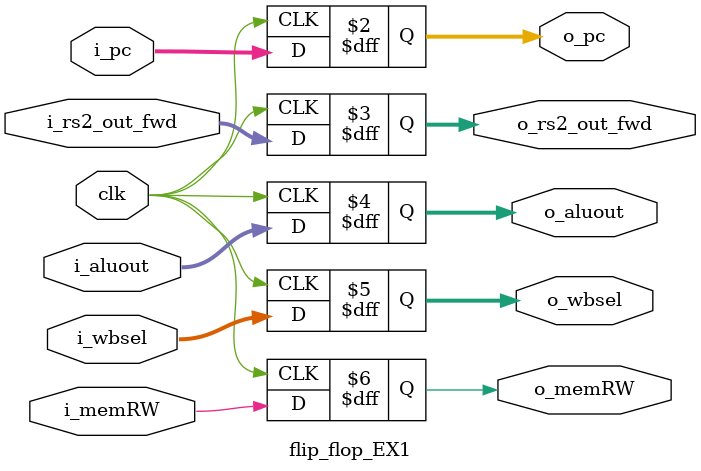
<source format=v>
module flip_flop_EX1(i_pc,i_aluout,i_rs2_out_fwd,i_memRW,i_wbsel,o_pc,o_aluout,o_rs2_out_fwd,o_memRW,o_wbsel,clk);
parameter	PC_LENGTH = 32;
parameter 	DATA_LENGTH = 32;

input [PC_LENGTH-1:0] 	i_pc;
input [DATA_LENGTH-1:0]	i_rs2_out_fwd,i_aluout;
input [1:0] i_wbsel;
input i_memRW;
input clk; 

output reg [PC_LENGTH-1:0] 	o_pc;
output reg [DATA_LENGTH-1:0]	o_rs2_out_fwd,o_aluout;
output reg [1:0] o_wbsel;
output reg o_memRW;

always @(posedge clk)
begin
	o_pc = i_pc;
	o_rs2_out_fwd = i_rs2_out_fwd;
	o_aluout = i_aluout;
	o_wbsel = i_wbsel;
	o_memRW = i_memRW; 
end 

endmodule

</source>
